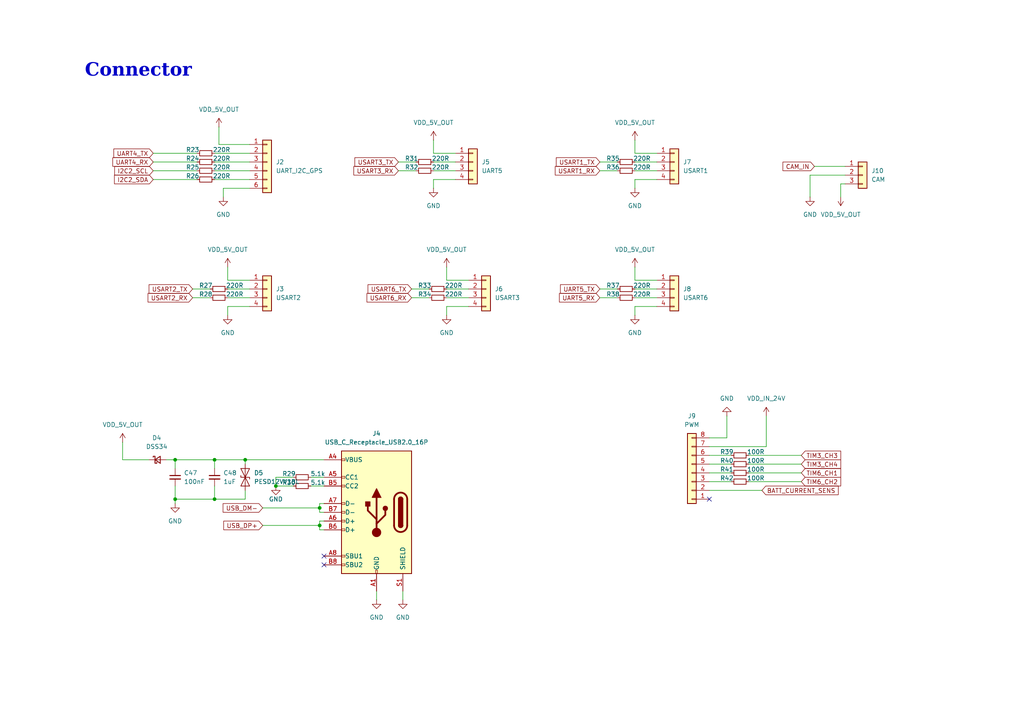
<source format=kicad_sch>
(kicad_sch (version 20250114) (generator "eeschema") (generator_version "9.0")
  (paper "A4")
  (lib_symbols
    (symbol "Connector:USB_C_Receptacle_USB2.0_16P" (pin_names (offset 1.016))
      (property "Reference" "J" (at 0 22.225 0))
      (property "Value" "USB_C_Receptacle_USB2.0_16P" (at 0 19.685 0))
      (symbol "USB_C_Receptacle_USB2.0_16P_0_0"
        (rectangle (start -0.254 -17.78) (end 0.254 -16.764))
        (rectangle (start 10.16 15.494) (end 9.144 14.986))
        (rectangle (start 10.16 10.414) (end 9.144 9.906))
        (rectangle (start 10.16 7.874) (end 9.144 7.366))
        (rectangle (start 10.16 2.794) (end 9.144 2.286))
        (rectangle (start 10.16 0.254) (end 9.144 -0.254))
        (rectangle (start 10.16 -2.286) (end 9.144 -2.794))
        (rectangle (start 10.16 -4.826) (end 9.144 -5.334))
        (rectangle (start 10.16 -12.446) (end 9.144 -12.954))
        (rectangle (start 10.16 -14.986) (end 9.144 -15.494))
      )
      (symbol "USB_C_Receptacle_USB2.0_16P_0_1"
        (rectangle (start -10.16 17.78) (end 10.16 -17.78) (stroke (width 0.254)) (fill (type background)))
        (polyline (pts (xy -8.89 -3.81) (xy -8.89 3.81)) (stroke (width 0.508)))
        (rectangle (start -7.62 -3.81) (end -6.35 3.81) (stroke (width 0.254)) (fill (type outline)))
        (arc (start -7.62 3.81) (mid -6.985 4.4423) (end -6.35 3.81) (stroke (width 0.254)))
        (arc (start -7.62 3.81) (mid -6.985 4.4423) (end -6.35 3.81) (stroke (width 0.254)) (fill (type outline)))
        (arc (start -8.89 3.81) (mid -6.985 5.7067) (end -5.08 3.81) (stroke (width 0.508)))
        (arc (start -5.08 -3.81) (mid -6.985 -5.7067) (end -8.89 -3.81) (stroke (width 0.508)))
        (arc (start -6.35 -3.81) (mid -6.985 -4.4423) (end -7.62 -3.81) (stroke (width 0.254)))
        (arc (start -6.35 -3.81) (mid -6.985 -4.4423) (end -7.62 -3.81) (stroke (width 0.254)) (fill (type outline)))
        (polyline (pts (xy -5.08 3.81) (xy -5.08 -3.81)) (stroke (width 0.508)))
        (circle (center -2.54 1.143) (radius 0.635) (stroke (width 0.254)) (fill (type outline)))
        (polyline (pts (xy -1.27 4.318) (xy 0 6.858) (xy 1.27 4.318) (xy -1.27 4.318)) (stroke (width 0.254)) (fill (type outline)))
        (polyline (pts (xy 0 -2.032) (xy 2.54 0.508) (xy 2.54 1.778)) (stroke (width 0.508)))
        (polyline (pts (xy 0 -3.302) (xy -2.54 -0.762) (xy -2.54 0.508)) (stroke (width 0.508)))
        (polyline (pts (xy 0 -5.842) (xy 0 4.318)) (stroke (width 0.508)))
        (circle (center 0 -5.842) (radius 1.27) (fill (type outline)))
        (rectangle (start 1.905 1.778) (end 3.175 3.048) (stroke (width 0.254)) (fill (type outline)))
      )
      (symbol "USB_C_Receptacle_USB2.0_16P_1_1"
        (pin passive line (at -7.62 -22.86 90) (length 5.08) (name "SHIELD") (number "S1"))
        (pin passive line (at 0 -22.86 90) (length 5.08) (name "GND") (number "A1"))
        (pin passive line (at 0 -22.86 90) (length 5.08) (hide yes) (name "GND") (number "A12"))
        (pin passive line (at 0 -22.86 90) (length 5.08) (hide yes) (name "GND") (number "B1"))
        (pin passive line (at 0 -22.86 90) (length 5.08) (hide yes) (name "GND") (number "B12"))
        (pin passive line (at 15.24 15.24 180) (length 5.08) (name "VBUS") (number "A4"))
        (pin passive line (at 15.24 15.24 180) (length 5.08) (hide yes) (name "VBUS") (number "A9"))
        (pin passive line (at 15.24 15.24 180) (length 5.08) (hide yes) (name "VBUS") (number "B4"))
        (pin passive line (at 15.24 15.24 180) (length 5.08) (hide yes) (name "VBUS") (number "B9"))
        (pin bidirectional line (at 15.24 10.16 180) (length 5.08) (name "CC1") (number "A5"))
        (pin bidirectional line (at 15.24 7.62 180) (length 5.08) (name "CC2") (number "B5"))
        (pin bidirectional line (at 15.24 2.54 180) (length 5.08) (name "D-") (number "A7"))
        (pin bidirectional line (at 15.24 0 180) (length 5.08) (name "D-") (number "B7"))
        (pin bidirectional line (at 15.24 -2.54 180) (length 5.08) (name "D+") (number "A6"))
        (pin bidirectional line (at 15.24 -5.08 180) (length 5.08) (name "D+") (number "B6"))
        (pin bidirectional line (at 15.24 -12.7 180) (length 5.08) (name "SBU1") (number "A8"))
        (pin bidirectional line (at 15.24 -15.24 180) (length 5.08) (name "SBU2") (number "B8"))
      )
    )
    (symbol "Connector_Generic:Conn_01x03" (pin_names (offset 1.016) (hide yes))
      (property "Reference" "J" (at 0 5.08 0))
      (property "Value" "Conn_01x03" (at 0 -5.08 0))
      (symbol "Conn_01x03_1_1"
        (rectangle (start -1.27 3.81) (end 1.27 -3.81) (stroke (width 0.254)) (fill (type background)))
        (rectangle (start -1.27 2.667) (end 0 2.413) (stroke (width 0.1524)))
        (rectangle (start -1.27 0.127) (end 0 -0.127) (stroke (width 0.1524)))
        (rectangle (start -1.27 -2.413) (end 0 -2.667) (stroke (width 0.1524)))
        (pin passive line (at -5.08 2.54 0) (length 3.81) (name "Pin_1") (number "1"))
        (pin passive line (at -5.08 0 0) (length 3.81) (name "Pin_2") (number "2"))
        (pin passive line (at -5.08 -2.54 0) (length 3.81) (name "Pin_3") (number "3"))
      )
    )
    (symbol "Connector_Generic:Conn_01x04" (pin_names (offset 1.016) (hide yes))
      (property "Reference" "J" (at 0 5.08 0))
      (property "Value" "Conn_01x04" (at 0 -7.62 0))
      (symbol "Conn_01x04_1_1"
        (rectangle (start -1.27 3.81) (end 1.27 -6.35) (stroke (width 0.254)) (fill (type background)))
        (rectangle (start -1.27 2.667) (end 0 2.413) (stroke (width 0.1524)))
        (rectangle (start -1.27 0.127) (end 0 -0.127) (stroke (width 0.1524)))
        (rectangle (start -1.27 -2.413) (end 0 -2.667) (stroke (width 0.1524)))
        (rectangle (start -1.27 -4.953) (end 0 -5.207) (stroke (width 0.1524)))
        (pin passive line (at -5.08 2.54 0) (length 3.81) (name "Pin_1") (number "1"))
        (pin passive line (at -5.08 0 0) (length 3.81) (name "Pin_2") (number "2"))
        (pin passive line (at -5.08 -2.54 0) (length 3.81) (name "Pin_3") (number "3"))
        (pin passive line (at -5.08 -5.08 0) (length 3.81) (name "Pin_4") (number "4"))
      )
    )
    (symbol "Connector_Generic:Conn_01x06" (pin_names (offset 1.016) (hide yes))
      (property "Reference" "J" (at 0 7.62 0))
      (property "Value" "Conn_01x06" (at 0 -10.16 0))
      (symbol "Conn_01x06_1_1"
        (rectangle (start -1.27 6.35) (end 1.27 -8.89) (stroke (width 0.254)) (fill (type background)))
        (rectangle (start -1.27 5.207) (end 0 4.953) (stroke (width 0.1524)))
        (rectangle (start -1.27 2.667) (end 0 2.413) (stroke (width 0.1524)))
        (rectangle (start -1.27 0.127) (end 0 -0.127) (stroke (width 0.1524)))
        (rectangle (start -1.27 -2.413) (end 0 -2.667) (stroke (width 0.1524)))
        (rectangle (start -1.27 -4.953) (end 0 -5.207) (stroke (width 0.1524)))
        (rectangle (start -1.27 -7.493) (end 0 -7.747) (stroke (width 0.1524)))
        (pin passive line (at -5.08 5.08 0) (length 3.81) (name "Pin_1") (number "1"))
        (pin passive line (at -5.08 2.54 0) (length 3.81) (name "Pin_2") (number "2"))
        (pin passive line (at -5.08 0 0) (length 3.81) (name "Pin_3") (number "3"))
        (pin passive line (at -5.08 -2.54 0) (length 3.81) (name "Pin_4") (number "4"))
        (pin passive line (at -5.08 -5.08 0) (length 3.81) (name "Pin_5") (number "5"))
        (pin passive line (at -5.08 -7.62 0) (length 3.81) (name "Pin_6") (number "6"))
      )
    )
    (symbol "Connector_Generic:Conn_01x08" (pin_names (offset 1.016) (hide yes))
      (property "Reference" "J" (at 0 10.16 0))
      (property "Value" "Conn_01x08" (at 0 -12.7 0))
      (symbol "Conn_01x08_1_1"
        (rectangle (start -1.27 8.89) (end 1.27 -11.43) (stroke (width 0.254)) (fill (type background)))
        (rectangle (start -1.27 7.747) (end 0 7.493) (stroke (width 0.1524)))
        (rectangle (start -1.27 5.207) (end 0 4.953) (stroke (width 0.1524)))
        (rectangle (start -1.27 2.667) (end 0 2.413) (stroke (width 0.1524)))
        (rectangle (start -1.27 0.127) (end 0 -0.127) (stroke (width 0.1524)))
        (rectangle (start -1.27 -2.413) (end 0 -2.667) (stroke (width 0.1524)))
        (rectangle (start -1.27 -4.953) (end 0 -5.207) (stroke (width 0.1524)))
        (rectangle (start -1.27 -7.493) (end 0 -7.747) (stroke (width 0.1524)))
        (rectangle (start -1.27 -10.033) (end 0 -10.287) (stroke (width 0.1524)))
        (pin passive line (at -5.08 7.62 0) (length 3.81) (name "Pin_1") (number "1"))
        (pin passive line (at -5.08 5.08 0) (length 3.81) (name "Pin_2") (number "2"))
        (pin passive line (at -5.08 2.54 0) (length 3.81) (name "Pin_3") (number "3"))
        (pin passive line (at -5.08 0 0) (length 3.81) (name "Pin_4") (number "4"))
        (pin passive line (at -5.08 -2.54 0) (length 3.81) (name "Pin_5") (number "5"))
        (pin passive line (at -5.08 -5.08 0) (length 3.81) (name "Pin_6") (number "6"))
        (pin passive line (at -5.08 -7.62 0) (length 3.81) (name "Pin_7") (number "7"))
        (pin passive line (at -5.08 -10.16 0) (length 3.81) (name "Pin_8") (number "8"))
      )
    )
    (symbol "Device:C_Small" (pin_numbers (hide yes)) (pin_names (offset 0.254) (hide yes))
      (property "Reference" "C" (at 0.254 1.778 0))
      (property "Value" "C_Small" (at 0.254 -2.032 0))
      (symbol "C_Small_0_1"
        (polyline (pts (xy -1.524 0.508) (xy 1.524 0.508)) (stroke (width 0.3048)))
        (polyline (pts (xy -1.524 -0.508) (xy 1.524 -0.508)) (stroke (width 0.3302)))
      )
      (symbol "C_Small_1_1"
        (pin passive line (at 0 2.54 270) (length 2.032) (name "~") (number "1"))
        (pin passive line (at 0 -2.54 90) (length 2.032) (name "~") (number "2"))
      )
    )
    (symbol "Device:D_Schottky_Small" (pin_numbers (hide yes)) (pin_names (offset 0.254) (hide yes))
      (property "Reference" "D" (at -1.27 2.032 0))
      (property "Value" "D_Schottky_Small" (at -7.112 -2.032 0))
      (symbol "D_Schottky_Small_0_1"
        (polyline (pts (xy -1.27 0.762) (xy -1.27 1.016) (xy -0.762 1.016) (xy -0.762 -1.016) (xy -0.254 -1.016) (xy -0.254 -0.762)) (stroke (width 0.254)))
        (polyline (pts (xy -0.762 0) (xy 0.762 0)))
        (polyline (pts (xy 0.762 -1.016) (xy -0.762 0) (xy 0.762 1.016) (xy 0.762 -1.016)) (stroke (width 0.254)))
      )
      (symbol "D_Schottky_Small_1_1"
        (pin passive line (at -2.54 0 0) (length 1.778) (name "K") (number "1"))
        (pin passive line (at 2.54 0 180) (length 1.778) (name "A") (number "2"))
      )
    )
    (symbol "Device:R_Small" (pin_numbers (hide yes)) (pin_names (offset 0.254) (hide yes))
      (property "Reference" "R" (at 0.762 0.508 0))
      (property "Value" "R_Small" (at 0.762 -1.016 0))
      (symbol "R_Small_0_1"
        (rectangle (start -0.762 1.778) (end 0.762 -1.778) (stroke (width 0.2032)))
      )
      (symbol "R_Small_1_1"
        (pin passive line (at 0 2.54 270) (length 0.762) (name "~") (number "1"))
        (pin passive line (at 0 -2.54 90) (length 0.762) (name "~") (number "2"))
      )
    )
    (symbol "Diode:ESD9B5.0ST5G" (pin_numbers (hide yes)) (pin_names (offset 1.016) (hide yes))
      (property "Reference" "D" (at 0 2.54 0))
      (property "Value" "ESD9B5.0ST5G" (at 0 -2.54 0))
      (symbol "ESD9B5.0ST5G_0_1"
        (polyline (pts (xy -2.54 -1.27) (xy 0 0) (xy -2.54 1.27) (xy -2.54 -1.27)) (stroke (width 0.2032)))
        (polyline (pts (xy 0.508 1.27) (xy 0 1.27) (xy 0 -1.27) (xy -0.508 -1.27)) (stroke (width 0.2032)))
        (polyline (pts (xy 1.27 0) (xy -1.27 0)))
        (polyline (pts (xy 2.54 1.27) (xy 2.54 -1.27) (xy 0 0) (xy 2.54 1.27)) (stroke (width 0.2032)))
      )
      (symbol "ESD9B5.0ST5G_1_1"
        (pin passive line (at -3.81 0 0) (length 2.54) (name "A1") (number "1"))
        (pin passive line (at 3.81 0 180) (length 2.54) (name "A2") (number "2"))
      )
    )
    (symbol "power:GND" (power) (pin_numbers (hide yes)) (pin_names (offset 0) (hide yes))
      (property "Value" "GND" (at 0 -3.81 0))
      (symbol "GND_0_1"
        (polyline (pts (xy 0 0) (xy 0 -1.27) (xy 1.27 -1.27) (xy 0 -2.54) (xy -1.27 -1.27) (xy 0 -1.27)))
      )
      (symbol "GND_1_1"
        (pin power_in line (at 0 0 270) (length 0) (name "~") (number "1"))
      )
    )
    (symbol "power:VCC" (power) (pin_numbers (hide yes)) (pin_names (offset 0) (hide yes))
      (property "Value" "VCC" (at 0 3.556 0))
      (symbol "VCC_0_1"
        (polyline (pts (xy -0.762 1.27) (xy 0 2.54)))
        (polyline (pts (xy 0 2.54) (xy 0.762 1.27)))
        (polyline (pts (xy 0 0) (xy 0 2.54)))
      )
      (symbol "VCC_1_1"
        (pin power_in line (at 0 0 90) (length 0) (name "~") (number "1"))
      )
    )
    (symbol "power:VDD" (power) (pin_numbers (hide yes)) (pin_names (offset 0) (hide yes))
      (property "Value" "VDD" (at 0 3.556 0))
      (symbol "VDD_0_1"
        (polyline (pts (xy -0.762 1.27) (xy 0 2.54)))
        (polyline (pts (xy 0 2.54) (xy 0.762 1.27)))
        (polyline (pts (xy 0 0) (xy 0 2.54)))
      )
      (symbol "VDD_1_1"
        (pin power_in line (at 0 0 90) (length 0) (name "~") (number "1"))
      )
    )
  )
  (text "Connector" (at 40.132 21.59 0) (effects (font (size 3.81 3.81) (thickness 0.508) (bold yes))))
  (junction (at 50.8 144.78))
  (junction (at 62.23 133.35))
  (junction (at 80.01 140.97))
  (junction (at 92.71 152.4))
  (junction (at 92.71 147.32))
  (junction (at 62.23 144.78))
  (junction (at 71.12 133.35))
  (junction (at 50.8 133.35))
  (no_connect (at 93.98 163.83))
  (no_connect (at 205.74 144.78))
  (no_connect (at 93.98 161.29))
  (wire (pts (xy 64.77 54.61) (xy 64.77 57.15)))
  (wire (pts (xy 66.04 86.36) (xy 72.39 86.36)))
  (wire (pts (xy 93.98 133.35) (xy 71.12 133.35)))
  (wire (pts (xy 76.2 147.32) (xy 92.71 147.32)))
  (wire (pts (xy 129.54 81.28) (xy 135.89 81.28)))
  (wire (pts (xy 35.56 133.35) (xy 43.18 133.35)))
  (wire (pts (xy 71.12 142.24) (xy 71.12 144.78)))
  (wire (pts (xy 173.99 46.99) (xy 179.07 46.99)))
  (wire (pts (xy 116.84 171.45) (xy 116.84 173.99)))
  (wire (pts (xy 50.8 133.35) (xy 62.23 133.35)))
  (wire (pts (xy 66.04 91.44) (xy 66.04 88.9)))
  (wire (pts (xy 80.01 140.97) (xy 85.09 140.97)))
  (wire (pts (xy 80.01 138.43) (xy 80.01 140.97)))
  (wire (pts (xy 66.04 81.28) (xy 72.39 81.28)))
  (wire (pts (xy 205.74 142.24) (xy 220.98 142.24)))
  (wire (pts (xy 232.41 139.7) (xy 217.17 139.7)))
  (wire (pts (xy 125.73 52.07) (xy 132.08 52.07)))
  (wire (pts (xy 92.71 147.32) (xy 92.71 146.05)))
  (wire (pts (xy 184.15 40.64) (xy 184.15 44.45)))
  (wire (pts (xy 119.38 86.36) (xy 124.46 86.36)))
  (wire (pts (xy 173.99 83.82) (xy 179.07 83.82)))
  (wire (pts (xy 184.15 81.28) (xy 190.5 81.28)))
  (wire (pts (xy 62.23 52.07) (xy 72.39 52.07)))
  (wire (pts (xy 184.15 52.07) (xy 190.5 52.07)))
  (wire (pts (xy 66.04 83.82) (xy 72.39 83.82)))
  (wire (pts (xy 125.73 44.45) (xy 132.08 44.45)))
  (wire (pts (xy 44.45 49.53) (xy 57.15 49.53)))
  (wire (pts (xy 35.56 128.27) (xy 35.56 133.35)))
  (wire (pts (xy 62.23 46.99) (xy 72.39 46.99)))
  (wire (pts (xy 109.22 173.99) (xy 109.22 171.45)))
  (wire (pts (xy 184.15 46.99) (xy 190.5 46.99)))
  (wire (pts (xy 222.25 120.65) (xy 222.25 129.54)))
  (wire (pts (xy 92.71 148.59) (xy 92.71 147.32)))
  (wire (pts (xy 44.45 44.45) (xy 57.15 44.45)))
  (wire (pts (xy 205.74 127) (xy 210.82 127)))
  (wire (pts (xy 92.71 153.67) (xy 93.98 153.67)))
  (wire (pts (xy 184.15 77.47) (xy 184.15 81.28)))
  (wire (pts (xy 93.98 151.13) (xy 92.71 151.13)))
  (wire (pts (xy 62.23 133.35) (xy 71.12 133.35)))
  (wire (pts (xy 62.23 144.78) (xy 50.8 144.78)))
  (wire (pts (xy 92.71 151.13) (xy 92.71 152.4)))
  (wire (pts (xy 71.12 144.78) (xy 62.23 144.78)))
  (wire (pts (xy 119.38 83.82) (xy 124.46 83.82)))
  (wire (pts (xy 48.26 133.35) (xy 50.8 133.35)))
  (wire (pts (xy 62.23 44.45) (xy 72.39 44.45)))
  (wire (pts (xy 125.73 46.99) (xy 132.08 46.99)))
  (wire (pts (xy 184.15 49.53) (xy 190.5 49.53)))
  (wire (pts (xy 63.5 36.83) (xy 63.5 41.91)))
  (wire (pts (xy 184.15 88.9) (xy 190.5 88.9)))
  (wire (pts (xy 50.8 146.05) (xy 50.8 144.78)))
  (wire (pts (xy 92.71 152.4) (xy 92.71 153.67)))
  (wire (pts (xy 129.54 83.82) (xy 135.89 83.82)))
  (wire (pts (xy 125.73 49.53) (xy 132.08 49.53)))
  (wire (pts (xy 184.15 83.82) (xy 190.5 83.82)))
  (wire (pts (xy 205.74 134.62) (xy 212.09 134.62)))
  (wire (pts (xy 245.11 50.8) (xy 234.95 50.8)))
  (wire (pts (xy 125.73 54.61) (xy 125.73 52.07)))
  (wire (pts (xy 115.57 46.99) (xy 120.65 46.99)))
  (wire (pts (xy 115.57 49.53) (xy 120.65 49.53)))
  (wire (pts (xy 173.99 86.36) (xy 179.07 86.36)))
  (wire (pts (xy 62.23 135.89) (xy 62.23 133.35)))
  (wire (pts (xy 234.95 50.8) (xy 234.95 57.15)))
  (wire (pts (xy 50.8 144.78) (xy 50.8 140.97)))
  (wire (pts (xy 66.04 88.9) (xy 72.39 88.9)))
  (wire (pts (xy 205.74 139.7) (xy 212.09 139.7)))
  (wire (pts (xy 173.99 49.53) (xy 179.07 49.53)))
  (wire (pts (xy 222.25 129.54) (xy 205.74 129.54)))
  (wire (pts (xy 92.71 146.05) (xy 93.98 146.05)))
  (wire (pts (xy 129.54 77.47) (xy 129.54 81.28)))
  (wire (pts (xy 85.09 138.43) (xy 80.01 138.43)))
  (wire (pts (xy 50.8 135.89) (xy 50.8 133.35)))
  (wire (pts (xy 184.15 54.61) (xy 184.15 52.07)))
  (wire (pts (xy 71.12 133.35) (xy 71.12 134.62)))
  (wire (pts (xy 125.73 40.64) (xy 125.73 44.45)))
  (wire (pts (xy 184.15 91.44) (xy 184.15 88.9)))
  (wire (pts (xy 236.22 48.26) (xy 245.11 48.26)))
  (wire (pts (xy 129.54 91.44) (xy 129.54 88.9)))
  (wire (pts (xy 62.23 49.53) (xy 72.39 49.53)))
  (wire (pts (xy 55.88 83.82) (xy 60.96 83.82)))
  (wire (pts (xy 63.5 41.91) (xy 72.39 41.91)))
  (wire (pts (xy 44.45 52.07) (xy 57.15 52.07)))
  (wire (pts (xy 232.41 134.62) (xy 217.17 134.62)))
  (wire (pts (xy 72.39 54.61) (xy 64.77 54.61)))
  (wire (pts (xy 93.98 148.59) (xy 92.71 148.59)))
  (wire (pts (xy 245.11 53.34) (xy 243.84 53.34)))
  (wire (pts (xy 129.54 88.9) (xy 135.89 88.9)))
  (wire (pts (xy 129.54 86.36) (xy 135.89 86.36)))
  (wire (pts (xy 55.88 86.36) (xy 60.96 86.36)))
  (wire (pts (xy 66.04 77.47) (xy 66.04 81.28)))
  (wire (pts (xy 205.74 137.16) (xy 212.09 137.16)))
  (wire (pts (xy 76.2 152.4) (xy 92.71 152.4)))
  (wire (pts (xy 205.74 132.08) (xy 212.09 132.08)))
  (wire (pts (xy 184.15 86.36) (xy 190.5 86.36)))
  (wire (pts (xy 210.82 127) (xy 210.82 120.65)))
  (wire (pts (xy 243.84 53.34) (xy 243.84 57.15)))
  (wire (pts (xy 232.41 137.16) (xy 217.17 137.16)))
  (wire (pts (xy 184.15 44.45) (xy 190.5 44.45)))
  (wire (pts (xy 90.17 140.97) (xy 93.98 140.97)))
  (wire (pts (xy 232.41 132.08) (xy 217.17 132.08)))
  (wire (pts (xy 62.23 140.97) (xy 62.23 144.78)))
  (wire (pts (xy 44.45 46.99) (xy 57.15 46.99)))
  (wire (pts (xy 90.17 138.43) (xy 93.98 138.43)))
  (global_label "CAM_IN" (shape input) (at 236.22 48.26 180) (property "Intersheetrefs" "${INTERSHEET_REFS}" (effects (hide yes))))
  (global_label "USART3_TX" (shape input) (at 115.57 46.99 180) (property "Intersheetrefs" "${INTERSHEET_REFS}" (effects (hide yes))))
  (global_label "TIM6_CH2" (shape input) (at 232.41 139.7 0) (property "Intersheetrefs" "${INTERSHEET_REFS}" (effects (hide yes))))
  (global_label "USART2_RX" (shape input) (at 55.88 86.36 180) (property "Intersheetrefs" "${INTERSHEET_REFS}" (effects (hide yes))))
  (global_label "USB_DM-" (shape input) (at 76.2 147.32 180) (property "Intersheetrefs" "${INTERSHEET_REFS}" (effects (hide yes))))
  (global_label "USART1_RX" (shape input) (at 173.99 49.53 180) (property "Intersheetrefs" "${INTERSHEET_REFS}" (effects (hide yes))))
  (global_label "UART5_TX" (shape input) (at 173.99 83.82 180) (property "Intersheetrefs" "${INTERSHEET_REFS}" (effects (hide yes))))
  (global_label "UART4_RX" (shape input) (at 44.45 46.99 180) (property "Intersheetrefs" "${INTERSHEET_REFS}" (effects (hide yes))))
  (global_label "TIM3_CH4" (shape input) (at 232.41 134.62 0) (property "Intersheetrefs" "${INTERSHEET_REFS}" (effects (hide yes))))
  (global_label "I2C2_SCL" (shape input) (at 44.45 49.53 180) (property "Intersheetrefs" "${INTERSHEET_REFS}" (effects (hide yes))))
  (global_label "USART6_RX" (shape input) (at 119.38 86.36 180) (property "Intersheetrefs" "${INTERSHEET_REFS}" (effects (hide yes))))
  (global_label "USART6_TX" (shape input) (at 119.38 83.82 180) (property "Intersheetrefs" "${INTERSHEET_REFS}" (effects (hide yes))))
  (global_label "USART3_RX" (shape input) (at 115.57 49.53 180) (property "Intersheetrefs" "${INTERSHEET_REFS}" (effects (hide yes))))
  (global_label "UART4_TX" (shape input) (at 44.45 44.45 180) (property "Intersheetrefs" "${INTERSHEET_REFS}" (effects (hide yes))))
  (global_label "TIM6_CH1" (shape input) (at 232.41 137.16 0) (property "Intersheetrefs" "${INTERSHEET_REFS}" (effects (hide yes))))
  (global_label "UART5_RX" (shape input) (at 173.99 86.36 180) (property "Intersheetrefs" "${INTERSHEET_REFS}" (effects (hide yes))))
  (global_label "USART2_TX" (shape input) (at 55.88 83.82 180) (property "Intersheetrefs" "${INTERSHEET_REFS}" (effects (hide yes))))
  (global_label "I2C2_SDA" (shape input) (at 44.45 52.07 180) (property "Intersheetrefs" "${INTERSHEET_REFS}" (effects (hide yes))))
  (global_label "USB_DP+" (shape input) (at 76.2 152.4 180) (property "Intersheetrefs" "${INTERSHEET_REFS}" (effects (hide yes))))
  (global_label "BATT_CURRENT_SENS" (shape input) (at 220.98 142.24 0) (property "Intersheetrefs" "${INTERSHEET_REFS}" (effects (hide yes))))
  (global_label "TIM3_CH3" (shape input) (at 232.41 132.08 0) (property "Intersheetrefs" "${INTERSHEET_REFS}" (effects (hide yes))))
  (global_label "USART1_TX" (shape input) (at 173.99 46.99 180) (property "Intersheetrefs" "${INTERSHEET_REFS}" (effects (hide yes))))
  (symbol (lib_id "power:GND") (at 50.8 146.05 0) (unit 1)
    (property "Reference" "#PWR082" (effects (hide yes)))
    (property "Value" "GND" (at 50.8 151.13 0))
    (property "Description" "Power symbol creates a global label with name \"GND\" , ground" (effects (hide yes)))
  )
  (symbol (lib_id "Connector_Generic:Conn_01x03") (at 250.19 50.8 0) (unit 1)
    (property "Reference" "J10" (at 252.73 49.5299 0) (effects (justify left)))
    (property "Value" "CAM" (at 252.73 52.0699 0) (effects (justify left)))
    (property "Footprint" "Connector_JST:JST_GH_SM03B-GHS-TB_1x03-1MP_P1.25mm_Horizontal" (effects (hide yes)))
    (property "Description" "Generic connector, single row, 01x03, script generated (kicad-library-utils/schlib/autogen/connector/)" (effects (hide yes)))
  )
  (symbol (lib_id "Device:R_Small") (at 214.63 137.16 270) (unit 1)
    (property "Reference" "R41" (at 210.82 136.144 90))
    (property "Value" "100R" (at 219.202 136.144 90))
    (property "Footprint" "Resistor_SMD:R_0402_1005Metric" (effects (hide yes)))
    (property "Description" "Resistor, small symbol" (effects (hide yes)))
  )
  (symbol (lib_id "Device:R_Small") (at 87.63 140.97 270) (unit 1)
    (property "Reference" "R30" (at 83.82 139.954 90))
    (property "Value" "5.1k" (at 92.202 139.954 90))
    (property "Footprint" "Resistor_SMD:R_0402_1005Metric" (effects (hide yes)))
    (property "Description" "Resistor, small symbol" (effects (hide yes)))
  )
  (symbol (lib_id "power:GND") (at 116.84 173.99 0) (unit 1)
    (property "Reference" "#PWR089" (effects (hide yes)))
    (property "Value" "GND" (at 116.84 179.07 0))
    (property "Description" "Power symbol creates a global label with name \"GND\" , ground" (effects (hide yes)))
  )
  (symbol (lib_id "Connector_Generic:Conn_01x04") (at 77.47 83.82 0) (unit 1)
    (property "Reference" "J3" (at 80.01 83.8199 0) (effects (justify left)))
    (property "Value" "USART2" (at 80.01 86.3599 0) (effects (justify left)))
    (property "Footprint" "Connector_JST:JST_GH_SM04B-GHS-TB_1x04-1MP_P1.25mm_Horizontal" (effects (hide yes)))
    (property "Description" "Generic connector, single row, 01x04, script generated (kicad-library-utils/schlib/autogen/connector/)" (effects (hide yes)))
  )
  (symbol (lib_id "power:GND") (at 125.73 54.61 0) (unit 1)
    (property "Reference" "#PWR091" (effects (hide yes)))
    (property "Value" "GND" (at 125.73 59.69 0))
    (property "Description" "Power symbol creates a global label with name \"GND\" , ground" (effects (hide yes)))
  )
  (symbol (lib_id "Device:R_Small") (at 127 86.36 270) (unit 1)
    (property "Reference" "R34" (at 123.19 85.344 90))
    (property "Value" "220R" (at 131.572 85.344 90))
    (property "Footprint" "Resistor_SMD:R_0402_1005Metric" (effects (hide yes)))
    (property "Description" "Resistor, small symbol" (effects (hide yes)))
  )
  (symbol (lib_id "power:VCC") (at 184.15 77.47 0) (unit 1)
    (property "Reference" "#PWR096" (effects (hide yes)))
    (property "Value" "VDD_5V_OUT" (at 184.15 72.39 0))
    (property "Description" "Power symbol creates a global label with name \"VCC\"" (effects (hide yes)))
  )
  (symbol (lib_id "power:VDD") (at 222.25 120.65 0) (unit 1)
    (property "Reference" "#PWR099" (effects (hide yes)))
    (property "Value" "VDD_IN_24V" (at 222.25 115.57 0))
    (property "Description" "Power symbol creates a global label with name \"VDD\"" (effects (hide yes)))
  )
  (symbol (lib_id "Device:R_Small") (at 123.19 46.99 270) (unit 1)
    (property "Reference" "R31" (at 119.38 45.974 90))
    (property "Value" "220R" (at 127.762 45.974 90))
    (property "Footprint" "Resistor_SMD:R_0402_1005Metric" (effects (hide yes)))
    (property "Description" "Resistor, small symbol" (effects (hide yes)))
  )
  (symbol (lib_id "power:GND") (at 80.01 140.97 0) (unit 1)
    (property "Reference" "#PWR087" (effects (hide yes)))
    (property "Value" "GND" (at 80.01 144.78 0))
    (property "Description" "Power symbol creates a global label with name \"GND\" , ground" (effects (hide yes)))
  )
  (symbol (lib_id "power:VCC") (at 184.15 40.64 0) (unit 1)
    (property "Reference" "#PWR094" (effects (hide yes)))
    (property "Value" "VDD_5V_OUT" (at 184.15 35.56 0))
    (property "Description" "Power symbol creates a global label with name \"VCC\"" (effects (hide yes)))
  )
  (symbol (lib_id "power:VCC") (at 125.73 40.64 0) (unit 1)
    (property "Reference" "#PWR090" (effects (hide yes)))
    (property "Value" "VDD_5V_OUT" (at 125.73 35.56 0))
    (property "Description" "Power symbol creates a global label with name \"VCC\"" (effects (hide yes)))
  )
  (symbol (lib_id "power:VCC") (at 63.5 36.83 0) (unit 1)
    (property "Reference" "#PWR083" (effects (hide yes)))
    (property "Value" "VDD_5V_OUT" (at 63.5 31.75 0))
    (property "Description" "Power symbol creates a global label with name \"VCC\"" (effects (hide yes)))
  )
  (symbol (lib_id "power:GND") (at 234.95 57.15 0) (unit 1)
    (property "Reference" "#PWR0100" (effects (hide yes)))
    (property "Value" "GND" (at 234.95 62.23 0))
    (property "Description" "Power symbol creates a global label with name \"GND\" , ground" (effects (hide yes)))
  )
  (symbol (lib_id "power:VCC") (at 35.56 128.27 0) (unit 1)
    (property "Reference" "#PWR081" (effects (hide yes)))
    (property "Value" "VDD_5V_OUT" (at 35.56 123.19 0))
    (property "Description" "Power symbol creates a global label with name \"VCC\"" (effects (hide yes)))
  )
  (symbol (lib_id "Connector_Generic:Conn_01x06") (at 77.47 46.99 0) (unit 1)
    (property "Reference" "J2" (at 80.01 46.9899 0) (effects (justify left)))
    (property "Value" "UART_I2C_GPS" (at 80.01 49.5299 0) (effects (justify left)))
    (property "Footprint" "Connector_JST:JST_GH_SM06B-GHS-TB_1x06-1MP_P1.25mm_Horizontal" (effects (hide yes)))
    (property "Description" "Generic connector, single row, 01x06, script generated (kicad-library-utils/schlib/autogen/connector/)" (effects (hide yes)))
  )
  (symbol (lib_id "power:GND") (at 64.77 57.15 0) (unit 1)
    (property "Reference" "#PWR084" (effects (hide yes)))
    (property "Value" "GND" (at 64.77 62.23 0))
    (property "Description" "Power symbol creates a global label with name \"GND\" , ground" (effects (hide yes)))
  )
  (symbol (lib_id "Device:D_Schottky_Small") (at 45.72 133.35 0) (unit 1)
    (property "Reference" "D4" (at 45.466 127 0))
    (property "Value" "DSS34" (at 45.466 129.54 0))
    (property "Footprint" "Diode_SMD:Nexperia_CFP3_SOD-123W" (effects (hide yes)))
    (property "Description" "Schottky diode, small symbol" (effects (hide yes)))
  )
  (symbol (lib_id "Device:R_Small") (at 123.19 49.53 270) (unit 1)
    (property "Reference" "R32" (at 119.38 48.514 90))
    (property "Value" "220R" (at 127.762 48.514 90))
    (property "Footprint" "Resistor_SMD:R_0402_1005Metric" (effects (hide yes)))
    (property "Description" "Resistor, small symbol" (effects (hide yes)))
  )
  (symbol (lib_id "Connector:USB_C_Receptacle_USB2.0_16P") (at 109.22 148.59 0) (mirror y) (unit 1)
    (property "Reference" "J4" (at 109.22 125.73 0))
    (property "Value" "USB_C_Receptacle_USB2.0_16P" (at 109.22 128.27 0))
    (property "Footprint" "Connector_USB:USB_C_Receptacle_GCT_USB4110" (effects (hide yes)))
    (property "Datasheet" "https://www.usb.org/sites/default/files/documents/usb_type-c.zip" (effects (hide yes)))
    (property "Description" "USB 2.0-only 16P Type-C Receptacle connector" (effects (hide yes)))
  )
  (symbol (lib_id "power:GND") (at 109.22 173.99 0) (unit 1)
    (property "Reference" "#PWR088" (effects (hide yes)))
    (property "Value" "GND" (at 109.22 179.07 0))
    (property "Description" "Power symbol creates a global label with name \"GND\" , ground" (effects (hide yes)))
  )
  (symbol (lib_id "Device:R_Small") (at 59.69 52.07 270) (unit 1)
    (property "Reference" "R26" (at 55.88 51.054 90))
    (property "Value" "220R" (at 64.262 51.054 90))
    (property "Footprint" "Resistor_SMD:R_0402_1005Metric" (effects (hide yes)))
    (property "Description" "Resistor, small symbol" (effects (hide yes)))
  )
  (symbol (lib_id "Device:R_Small") (at 181.61 49.53 270) (unit 1)
    (property "Reference" "R36" (at 177.8 48.514 90))
    (property "Value" "220R" (at 186.182 48.514 90))
    (property "Footprint" "Resistor_SMD:R_0402_1005Metric" (effects (hide yes)))
    (property "Description" "Resistor, small symbol" (effects (hide yes)))
  )
  (symbol (lib_id "power:GND") (at 184.15 54.61 0) (unit 1)
    (property "Reference" "#PWR095" (effects (hide yes)))
    (property "Value" "GND" (at 184.15 59.69 0))
    (property "Description" "Power symbol creates a global label with name \"GND\" , ground" (effects (hide yes)))
  )
  (symbol (lib_id "power:GND") (at 184.15 91.44 0) (unit 1)
    (property "Reference" "#PWR097" (effects (hide yes)))
    (property "Value" "GND" (at 184.15 96.52 0))
    (property "Description" "Power symbol creates a global label with name \"GND\" , ground" (effects (hide yes)))
  )
  (symbol (lib_id "Device:R_Small") (at 59.69 49.53 270) (unit 1)
    (property "Reference" "R25" (at 55.88 48.514 90))
    (property "Value" "220R" (at 64.262 48.514 90))
    (property "Footprint" "Resistor_SMD:R_0402_1005Metric" (effects (hide yes)))
    (property "Description" "Resistor, small symbol" (effects (hide yes)))
  )
  (symbol (lib_id "Device:C_Small") (at 62.23 138.43 0) (unit 1)
    (property "Reference" "C48" (at 64.77 137.1662 0) (effects (justify left)))
    (property "Value" "1uF" (at 64.77 139.7062 0) (effects (justify left)))
    (property "Footprint" "Capacitor_SMD:C_0402_1005Metric" (effects (hide yes)))
    (property "Description" "Unpolarized capacitor, small symbol" (effects (hide yes)))
  )
  (symbol (lib_id "Device:R_Small") (at 127 83.82 270) (unit 1)
    (property "Reference" "R33" (at 123.19 82.804 90))
    (property "Value" "220R" (at 131.572 82.804 90))
    (property "Footprint" "Resistor_SMD:R_0402_1005Metric" (effects (hide yes)))
    (property "Description" "Resistor, small symbol" (effects (hide yes)))
  )
  (symbol (lib_id "Connector_Generic:Conn_01x04") (at 195.58 46.99 0) (unit 1)
    (property "Reference" "J7" (at 198.12 46.9899 0) (effects (justify left)))
    (property "Value" "USART1" (at 198.12 49.5299 0) (effects (justify left)))
    (property "Footprint" "Connector_JST:JST_GH_SM04B-GHS-TB_1x04-1MP_P1.25mm_Horizontal" (effects (hide yes)))
    (property "Description" "Generic connector, single row, 01x04, script generated (kicad-library-utils/schlib/autogen/connector/)" (effects (hide yes)))
  )
  (symbol (lib_id "Device:C_Small") (at 50.8 138.43 0) (unit 1)
    (property "Reference" "C47" (at 53.34 137.1662 0) (effects (justify left)))
    (property "Value" "100nF" (at 53.34 139.7062 0) (effects (justify left)))
    (property "Footprint" "Capacitor_SMD:C_0402_1005Metric" (effects (hide yes)))
    (property "Description" "Unpolarized capacitor, small symbol" (effects (hide yes)))
  )
  (symbol (lib_id "Device:R_Small") (at 181.61 46.99 270) (unit 1)
    (property "Reference" "R35" (at 177.8 45.974 90))
    (property "Value" "220R" (at 186.182 45.974 90))
    (property "Footprint" "Resistor_SMD:R_0402_1005Metric" (effects (hide yes)))
    (property "Description" "Resistor, small symbol" (effects (hide yes)))
  )
  (symbol (lib_id "Diode:ESD9B5.0ST5G") (at 71.12 138.43 90) (unit 1)
    (property "Reference" "D5" (at 73.66 137.1599 90) (effects (justify right)))
    (property "Value" "PESD12VV1BL" (at 73.66 139.6999 90) (effects (justify right)))
    (property "Footprint" "Diode_SMD:D_SOD-882" (effects (hide yes)))
    (property "Datasheet" "https://www.onsemi.com/pub/Collateral/ESD9B-D.PDF" (effects (hide yes)))
    (property "Description" "ESD protection diode, 5.0Vrwm, SOD-923" (effects (hide yes)))
  )
  (symbol (lib_id "Device:R_Small") (at 87.63 138.43 270) (unit 1)
    (property "Reference" "R29" (at 83.82 137.414 90))
    (property "Value" "5.1k" (at 92.202 137.414 90))
    (property "Footprint" "Resistor_SMD:R_0402_1005Metric" (effects (hide yes)))
    (property "Description" "Resistor, small symbol" (effects (hide yes)))
  )
  (symbol (lib_id "power:VCC") (at 129.54 77.47 0) (unit 1)
    (property "Reference" "#PWR092" (effects (hide yes)))
    (property "Value" "VDD_5V_OUT" (at 129.54 72.39 0))
    (property "Description" "Power symbol creates a global label with name \"VCC\"" (effects (hide yes)))
  )
  (symbol (lib_id "Connector_Generic:Conn_01x04") (at 195.58 83.82 0) (unit 1)
    (property "Reference" "J8" (at 198.12 83.8199 0) (effects (justify left)))
    (property "Value" "USART6" (at 198.12 86.3599 0) (effects (justify left)))
    (property "Footprint" "Connector_JST:JST_GH_SM04B-GHS-TB_1x04-1MP_P1.25mm_Horizontal" (effects (hide yes)))
    (property "Description" "Generic connector, single row, 01x04, script generated (kicad-library-utils/schlib/autogen/connector/)" (effects (hide yes)))
  )
  (symbol (lib_id "Connector_Generic:Conn_01x08") (at 200.66 137.16 180) (unit 1)
    (property "Reference" "J9" (at 200.66 120.65 0))
    (property "Value" "PWM" (at 200.66 123.19 0))
    (property "Footprint" "Connector_JST:JST_GH_SM08B-GHS-TB_1x08-1MP_P1.25mm_Horizontal" (effects (hide yes)))
    (property "Description" "Generic connector, single row, 01x08, script generated (kicad-library-utils/schlib/autogen/connector/)" (effects (hide yes)))
  )
  (symbol (lib_id "Device:R_Small") (at 59.69 46.99 270) (unit 1)
    (property "Reference" "R24" (at 55.88 45.974 90))
    (property "Value" "220R" (at 64.262 45.974 90))
    (property "Footprint" "Resistor_SMD:R_0402_1005Metric" (effects (hide yes)))
    (property "Description" "Resistor, small symbol" (effects (hide yes)))
  )
  (symbol (lib_id "power:GND") (at 210.82 120.65 180) (unit 1)
    (property "Reference" "#PWR098" (effects (hide yes)))
    (property "Value" "GND" (at 210.82 115.57 0))
    (property "Description" "Power symbol creates a global label with name \"GND\" , ground" (effects (hide yes)))
  )
  (symbol (lib_id "Device:R_Small") (at 59.69 44.45 270) (unit 1)
    (property "Reference" "R23" (at 55.88 43.434 90))
    (property "Value" "220R" (at 64.262 43.434 90))
    (property "Footprint" "Resistor_SMD:R_0402_1005Metric" (effects (hide yes)))
    (property "Description" "Resistor, small symbol" (effects (hide yes)))
  )
  (symbol (lib_id "Device:R_Small") (at 214.63 132.08 270) (unit 1)
    (property "Reference" "R39" (at 210.82 131.064 90))
    (property "Value" "100R" (at 219.202 131.064 90))
    (property "Footprint" "Resistor_SMD:R_0402_1005Metric" (effects (hide yes)))
    (property "Description" "Resistor, small symbol" (effects (hide yes)))
  )
  (symbol (lib_id "Device:R_Small") (at 181.61 83.82 270) (unit 1)
    (property "Reference" "R37" (at 177.8 82.804 90))
    (property "Value" "220R" (at 186.182 82.804 90))
    (property "Footprint" "Resistor_SMD:R_0402_1005Metric" (effects (hide yes)))
    (property "Description" "Resistor, small symbol" (effects (hide yes)))
  )
  (symbol (lib_id "power:GND") (at 129.54 91.44 0) (unit 1)
    (property "Reference" "#PWR093" (effects (hide yes)))
    (property "Value" "GND" (at 129.54 96.52 0))
    (property "Description" "Power symbol creates a global label with name \"GND\" , ground" (effects (hide yes)))
  )
  (symbol (lib_id "Device:R_Small") (at 181.61 86.36 270) (unit 1)
    (property "Reference" "R38" (at 177.8 85.344 90))
    (property "Value" "220R" (at 186.182 85.344 90))
    (property "Footprint" "Resistor_SMD:R_0402_1005Metric" (effects (hide yes)))
    (property "Description" "Resistor, small symbol" (effects (hide yes)))
  )
  (symbol (lib_id "power:GND") (at 66.04 91.44 0) (unit 1)
    (property "Reference" "#PWR086" (effects (hide yes)))
    (property "Value" "GND" (at 66.04 96.52 0))
    (property "Description" "Power symbol creates a global label with name \"GND\" , ground" (effects (hide yes)))
  )
  (symbol (lib_id "Device:R_Small") (at 63.5 86.36 270) (unit 1)
    (property "Reference" "R28" (at 59.69 85.344 90))
    (property "Value" "220R" (at 68.072 85.344 90))
    (property "Footprint" "Resistor_SMD:R_0402_1005Metric" (effects (hide yes)))
    (property "Description" "Resistor, small symbol" (effects (hide yes)))
  )
  (symbol (lib_id "Device:R_Small") (at 214.63 139.7 270) (unit 1)
    (property "Reference" "R42" (at 210.82 138.684 90))
    (property "Value" "100R" (at 219.202 138.684 90))
    (property "Footprint" "Resistor_SMD:R_0402_1005Metric" (effects (hide yes)))
    (property "Description" "Resistor, small symbol" (effects (hide yes)))
  )
  (symbol (lib_id "power:VCC") (at 66.04 77.47 0) (unit 1)
    (property "Reference" "#PWR085" (effects (hide yes)))
    (property "Value" "VDD_5V_OUT" (at 66.04 72.39 0))
    (property "Description" "Power symbol creates a global label with name \"VCC\"" (effects (hide yes)))
  )
  (symbol (lib_id "power:VCC") (at 243.84 57.15 180) (unit 1)
    (property "Reference" "#PWR0101" (effects (hide yes)))
    (property "Value" "VDD_5V_OUT" (at 243.84 62.23 0))
    (property "Description" "Power symbol creates a global label with name \"VCC\"" (effects (hide yes)))
  )
  (symbol (lib_id "Device:R_Small") (at 63.5 83.82 270) (unit 1)
    (property "Reference" "R27" (at 59.69 82.804 90))
    (property "Value" "220R" (at 68.072 82.804 90))
    (property "Footprint" "Resistor_SMD:R_0402_1005Metric" (effects (hide yes)))
    (property "Description" "Resistor, small symbol" (effects (hide yes)))
  )
  (symbol (lib_id "Connector_Generic:Conn_01x04") (at 140.97 83.82 0) (unit 1)
    (property "Reference" "J6" (at 143.51 83.8199 0) (effects (justify left)))
    (property "Value" "USART3" (at 143.51 86.3599 0) (effects (justify left)))
    (property "Footprint" "Connector_JST:JST_GH_SM04B-GHS-TB_1x04-1MP_P1.25mm_Horizontal" (effects (hide yes)))
    (property "Description" "Generic connector, single row, 01x04, script generated (kicad-library-utils/schlib/autogen/connector/)" (effects (hide yes)))
  )
  (symbol (lib_id "Device:R_Small") (at 214.63 134.62 270) (unit 1)
    (property "Reference" "R40" (at 210.82 133.604 90))
    (property "Value" "100R" (at 219.202 133.604 90))
    (property "Footprint" "Resistor_SMD:R_0402_1005Metric" (effects (hide yes)))
    (property "Description" "Resistor, small symbol" (effects (hide yes)))
  )
  (symbol (lib_id "Connector_Generic:Conn_01x04") (at 137.16 46.99 0) (unit 1)
    (property "Reference" "J5" (at 139.7 46.9899 0) (effects (justify left)))
    (property "Value" "UART5" (at 139.7 49.5299 0) (effects (justify left)))
    (property "Footprint" "Connector_JST:JST_GH_SM04B-GHS-TB_1x04-1MP_P1.25mm_Horizontal" (effects (hide yes)))
    (property "Description" "Generic connector, single row, 01x04, script generated (kicad-library-utils/schlib/autogen/connector/)" (effects (hide yes)))
  )
)
</source>
